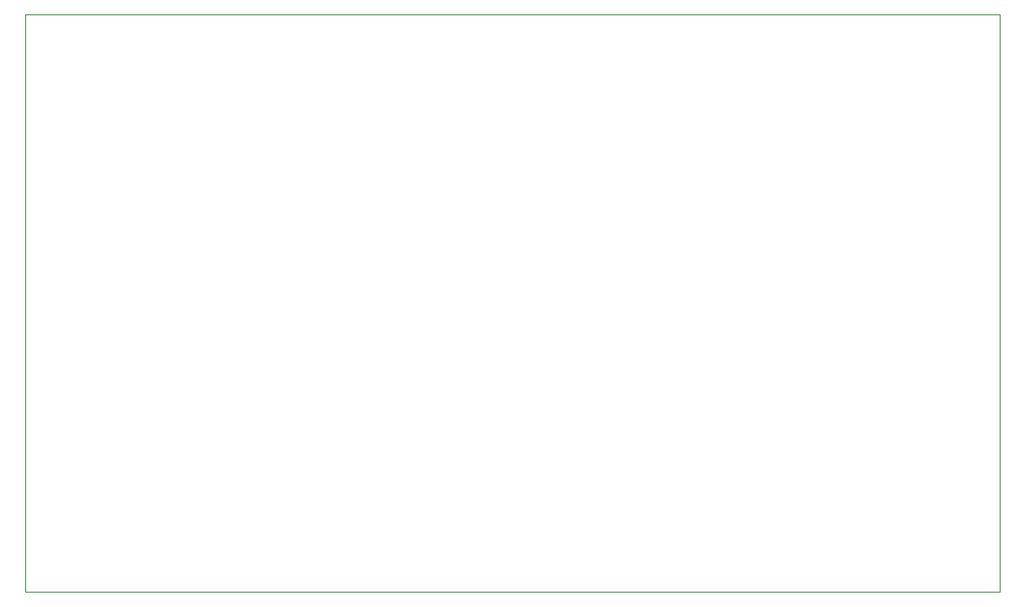
<source format=gbr>
%TF.GenerationSoftware,KiCad,Pcbnew,9.0.6*%
%TF.CreationDate,2025-12-15T20:52:38+09:00*%
%TF.ProjectId,__ __,1ca920c6-4c2e-46b6-9963-61645f706362,rev?*%
%TF.SameCoordinates,Original*%
%TF.FileFunction,Paste,Bot*%
%TF.FilePolarity,Positive*%
%FSLAX46Y46*%
G04 Gerber Fmt 4.6, Leading zero omitted, Abs format (unit mm)*
G04 Created by KiCad (PCBNEW 9.0.6) date 2025-12-15 20:52:38*
%MOMM*%
%LPD*%
G01*
G04 APERTURE LIST*
%ADD10C,0.100000*%
G04 APERTURE END LIST*
D10*
X330200Y330200D02*
X330200Y54676290D01*
X330200Y54676290D02*
X91948250Y54676290D01*
X91948250Y54676290D02*
X91948250Y330200D01*
X91948250Y330200D02*
X330200Y330200D01*
M02*

</source>
